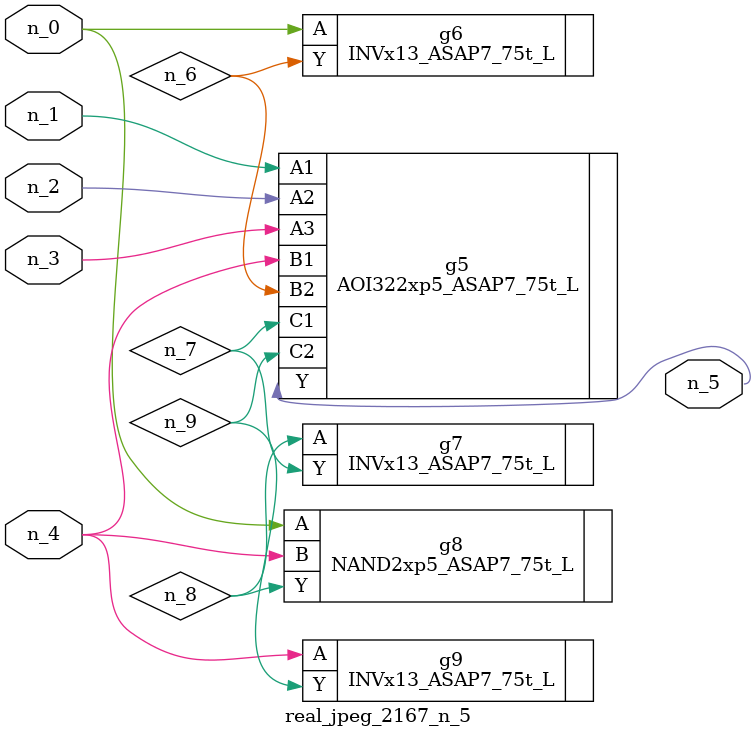
<source format=v>
module real_jpeg_2167_n_5 (n_4, n_0, n_1, n_2, n_3, n_5);

input n_4;
input n_0;
input n_1;
input n_2;
input n_3;

output n_5;

wire n_8;
wire n_6;
wire n_7;
wire n_9;

INVx13_ASAP7_75t_L g6 ( 
.A(n_0),
.Y(n_6)
);

NAND2xp5_ASAP7_75t_L g8 ( 
.A(n_0),
.B(n_4),
.Y(n_8)
);

AOI322xp5_ASAP7_75t_L g5 ( 
.A1(n_1),
.A2(n_2),
.A3(n_3),
.B1(n_4),
.B2(n_6),
.C1(n_7),
.C2(n_9),
.Y(n_5)
);

INVx13_ASAP7_75t_L g9 ( 
.A(n_4),
.Y(n_9)
);

INVx13_ASAP7_75t_L g7 ( 
.A(n_8),
.Y(n_7)
);


endmodule
</source>
